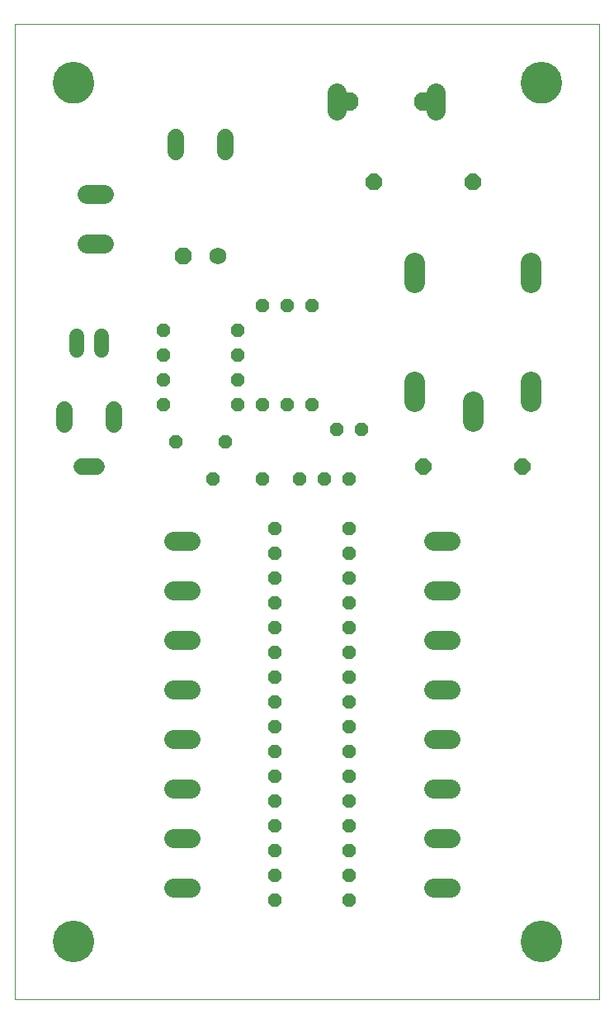
<source format=gts>
G75*
%MOIN*%
%OFA0B0*%
%FSLAX25Y25*%
%IPPOS*%
%LPD*%
%AMOC8*
5,1,8,0,0,1.08239X$1,22.5*
%
%ADD10C,0.00000*%
%ADD11OC8,0.06900*%
%ADD12C,0.06900*%
%ADD13OC8,0.05400*%
%ADD14C,0.07650*%
%ADD15OC8,0.06506*%
%ADD16OC8,0.05600*%
%ADD17C,0.08400*%
%ADD18OC8,0.05324*%
%ADD19C,0.06600*%
%ADD20C,0.16742*%
%ADD21OC8,0.06600*%
%ADD22C,0.06000*%
%ADD23C,0.07687*%
D10*
X0001256Y0001256D02*
X0001256Y0394957D01*
X0237476Y0394957D01*
X0237476Y0001256D01*
X0001256Y0001256D01*
X0016807Y0024878D02*
X0016809Y0025076D01*
X0016817Y0025274D01*
X0016829Y0025472D01*
X0016846Y0025669D01*
X0016868Y0025866D01*
X0016894Y0026062D01*
X0016926Y0026258D01*
X0016962Y0026453D01*
X0017003Y0026646D01*
X0017049Y0026839D01*
X0017099Y0027031D01*
X0017155Y0027221D01*
X0017214Y0027410D01*
X0017279Y0027597D01*
X0017348Y0027783D01*
X0017421Y0027967D01*
X0017499Y0028149D01*
X0017582Y0028329D01*
X0017669Y0028507D01*
X0017760Y0028683D01*
X0017856Y0028856D01*
X0017955Y0029027D01*
X0018059Y0029196D01*
X0018167Y0029362D01*
X0018279Y0029525D01*
X0018395Y0029686D01*
X0018515Y0029844D01*
X0018639Y0029998D01*
X0018767Y0030150D01*
X0018898Y0030298D01*
X0019033Y0030443D01*
X0019171Y0030585D01*
X0019313Y0030723D01*
X0019458Y0030858D01*
X0019606Y0030989D01*
X0019758Y0031117D01*
X0019912Y0031241D01*
X0020070Y0031361D01*
X0020231Y0031477D01*
X0020394Y0031589D01*
X0020560Y0031697D01*
X0020729Y0031801D01*
X0020900Y0031900D01*
X0021073Y0031996D01*
X0021249Y0032087D01*
X0021427Y0032174D01*
X0021607Y0032257D01*
X0021789Y0032335D01*
X0021973Y0032408D01*
X0022159Y0032477D01*
X0022346Y0032542D01*
X0022535Y0032601D01*
X0022725Y0032657D01*
X0022917Y0032707D01*
X0023110Y0032753D01*
X0023303Y0032794D01*
X0023498Y0032830D01*
X0023694Y0032862D01*
X0023890Y0032888D01*
X0024087Y0032910D01*
X0024284Y0032927D01*
X0024482Y0032939D01*
X0024680Y0032947D01*
X0024878Y0032949D01*
X0025076Y0032947D01*
X0025274Y0032939D01*
X0025472Y0032927D01*
X0025669Y0032910D01*
X0025866Y0032888D01*
X0026062Y0032862D01*
X0026258Y0032830D01*
X0026453Y0032794D01*
X0026646Y0032753D01*
X0026839Y0032707D01*
X0027031Y0032657D01*
X0027221Y0032601D01*
X0027410Y0032542D01*
X0027597Y0032477D01*
X0027783Y0032408D01*
X0027967Y0032335D01*
X0028149Y0032257D01*
X0028329Y0032174D01*
X0028507Y0032087D01*
X0028683Y0031996D01*
X0028856Y0031900D01*
X0029027Y0031801D01*
X0029196Y0031697D01*
X0029362Y0031589D01*
X0029525Y0031477D01*
X0029686Y0031361D01*
X0029844Y0031241D01*
X0029998Y0031117D01*
X0030150Y0030989D01*
X0030298Y0030858D01*
X0030443Y0030723D01*
X0030585Y0030585D01*
X0030723Y0030443D01*
X0030858Y0030298D01*
X0030989Y0030150D01*
X0031117Y0029998D01*
X0031241Y0029844D01*
X0031361Y0029686D01*
X0031477Y0029525D01*
X0031589Y0029362D01*
X0031697Y0029196D01*
X0031801Y0029027D01*
X0031900Y0028856D01*
X0031996Y0028683D01*
X0032087Y0028507D01*
X0032174Y0028329D01*
X0032257Y0028149D01*
X0032335Y0027967D01*
X0032408Y0027783D01*
X0032477Y0027597D01*
X0032542Y0027410D01*
X0032601Y0027221D01*
X0032657Y0027031D01*
X0032707Y0026839D01*
X0032753Y0026646D01*
X0032794Y0026453D01*
X0032830Y0026258D01*
X0032862Y0026062D01*
X0032888Y0025866D01*
X0032910Y0025669D01*
X0032927Y0025472D01*
X0032939Y0025274D01*
X0032947Y0025076D01*
X0032949Y0024878D01*
X0032947Y0024680D01*
X0032939Y0024482D01*
X0032927Y0024284D01*
X0032910Y0024087D01*
X0032888Y0023890D01*
X0032862Y0023694D01*
X0032830Y0023498D01*
X0032794Y0023303D01*
X0032753Y0023110D01*
X0032707Y0022917D01*
X0032657Y0022725D01*
X0032601Y0022535D01*
X0032542Y0022346D01*
X0032477Y0022159D01*
X0032408Y0021973D01*
X0032335Y0021789D01*
X0032257Y0021607D01*
X0032174Y0021427D01*
X0032087Y0021249D01*
X0031996Y0021073D01*
X0031900Y0020900D01*
X0031801Y0020729D01*
X0031697Y0020560D01*
X0031589Y0020394D01*
X0031477Y0020231D01*
X0031361Y0020070D01*
X0031241Y0019912D01*
X0031117Y0019758D01*
X0030989Y0019606D01*
X0030858Y0019458D01*
X0030723Y0019313D01*
X0030585Y0019171D01*
X0030443Y0019033D01*
X0030298Y0018898D01*
X0030150Y0018767D01*
X0029998Y0018639D01*
X0029844Y0018515D01*
X0029686Y0018395D01*
X0029525Y0018279D01*
X0029362Y0018167D01*
X0029196Y0018059D01*
X0029027Y0017955D01*
X0028856Y0017856D01*
X0028683Y0017760D01*
X0028507Y0017669D01*
X0028329Y0017582D01*
X0028149Y0017499D01*
X0027967Y0017421D01*
X0027783Y0017348D01*
X0027597Y0017279D01*
X0027410Y0017214D01*
X0027221Y0017155D01*
X0027031Y0017099D01*
X0026839Y0017049D01*
X0026646Y0017003D01*
X0026453Y0016962D01*
X0026258Y0016926D01*
X0026062Y0016894D01*
X0025866Y0016868D01*
X0025669Y0016846D01*
X0025472Y0016829D01*
X0025274Y0016817D01*
X0025076Y0016809D01*
X0024878Y0016807D01*
X0024680Y0016809D01*
X0024482Y0016817D01*
X0024284Y0016829D01*
X0024087Y0016846D01*
X0023890Y0016868D01*
X0023694Y0016894D01*
X0023498Y0016926D01*
X0023303Y0016962D01*
X0023110Y0017003D01*
X0022917Y0017049D01*
X0022725Y0017099D01*
X0022535Y0017155D01*
X0022346Y0017214D01*
X0022159Y0017279D01*
X0021973Y0017348D01*
X0021789Y0017421D01*
X0021607Y0017499D01*
X0021427Y0017582D01*
X0021249Y0017669D01*
X0021073Y0017760D01*
X0020900Y0017856D01*
X0020729Y0017955D01*
X0020560Y0018059D01*
X0020394Y0018167D01*
X0020231Y0018279D01*
X0020070Y0018395D01*
X0019912Y0018515D01*
X0019758Y0018639D01*
X0019606Y0018767D01*
X0019458Y0018898D01*
X0019313Y0019033D01*
X0019171Y0019171D01*
X0019033Y0019313D01*
X0018898Y0019458D01*
X0018767Y0019606D01*
X0018639Y0019758D01*
X0018515Y0019912D01*
X0018395Y0020070D01*
X0018279Y0020231D01*
X0018167Y0020394D01*
X0018059Y0020560D01*
X0017955Y0020729D01*
X0017856Y0020900D01*
X0017760Y0021073D01*
X0017669Y0021249D01*
X0017582Y0021427D01*
X0017499Y0021607D01*
X0017421Y0021789D01*
X0017348Y0021973D01*
X0017279Y0022159D01*
X0017214Y0022346D01*
X0017155Y0022535D01*
X0017099Y0022725D01*
X0017049Y0022917D01*
X0017003Y0023110D01*
X0016962Y0023303D01*
X0016926Y0023498D01*
X0016894Y0023694D01*
X0016868Y0023890D01*
X0016846Y0024087D01*
X0016829Y0024284D01*
X0016817Y0024482D01*
X0016809Y0024680D01*
X0016807Y0024878D01*
X0205783Y0024878D02*
X0205785Y0025076D01*
X0205793Y0025274D01*
X0205805Y0025472D01*
X0205822Y0025669D01*
X0205844Y0025866D01*
X0205870Y0026062D01*
X0205902Y0026258D01*
X0205938Y0026453D01*
X0205979Y0026646D01*
X0206025Y0026839D01*
X0206075Y0027031D01*
X0206131Y0027221D01*
X0206190Y0027410D01*
X0206255Y0027597D01*
X0206324Y0027783D01*
X0206397Y0027967D01*
X0206475Y0028149D01*
X0206558Y0028329D01*
X0206645Y0028507D01*
X0206736Y0028683D01*
X0206832Y0028856D01*
X0206931Y0029027D01*
X0207035Y0029196D01*
X0207143Y0029362D01*
X0207255Y0029525D01*
X0207371Y0029686D01*
X0207491Y0029844D01*
X0207615Y0029998D01*
X0207743Y0030150D01*
X0207874Y0030298D01*
X0208009Y0030443D01*
X0208147Y0030585D01*
X0208289Y0030723D01*
X0208434Y0030858D01*
X0208582Y0030989D01*
X0208734Y0031117D01*
X0208888Y0031241D01*
X0209046Y0031361D01*
X0209207Y0031477D01*
X0209370Y0031589D01*
X0209536Y0031697D01*
X0209705Y0031801D01*
X0209876Y0031900D01*
X0210049Y0031996D01*
X0210225Y0032087D01*
X0210403Y0032174D01*
X0210583Y0032257D01*
X0210765Y0032335D01*
X0210949Y0032408D01*
X0211135Y0032477D01*
X0211322Y0032542D01*
X0211511Y0032601D01*
X0211701Y0032657D01*
X0211893Y0032707D01*
X0212086Y0032753D01*
X0212279Y0032794D01*
X0212474Y0032830D01*
X0212670Y0032862D01*
X0212866Y0032888D01*
X0213063Y0032910D01*
X0213260Y0032927D01*
X0213458Y0032939D01*
X0213656Y0032947D01*
X0213854Y0032949D01*
X0214052Y0032947D01*
X0214250Y0032939D01*
X0214448Y0032927D01*
X0214645Y0032910D01*
X0214842Y0032888D01*
X0215038Y0032862D01*
X0215234Y0032830D01*
X0215429Y0032794D01*
X0215622Y0032753D01*
X0215815Y0032707D01*
X0216007Y0032657D01*
X0216197Y0032601D01*
X0216386Y0032542D01*
X0216573Y0032477D01*
X0216759Y0032408D01*
X0216943Y0032335D01*
X0217125Y0032257D01*
X0217305Y0032174D01*
X0217483Y0032087D01*
X0217659Y0031996D01*
X0217832Y0031900D01*
X0218003Y0031801D01*
X0218172Y0031697D01*
X0218338Y0031589D01*
X0218501Y0031477D01*
X0218662Y0031361D01*
X0218820Y0031241D01*
X0218974Y0031117D01*
X0219126Y0030989D01*
X0219274Y0030858D01*
X0219419Y0030723D01*
X0219561Y0030585D01*
X0219699Y0030443D01*
X0219834Y0030298D01*
X0219965Y0030150D01*
X0220093Y0029998D01*
X0220217Y0029844D01*
X0220337Y0029686D01*
X0220453Y0029525D01*
X0220565Y0029362D01*
X0220673Y0029196D01*
X0220777Y0029027D01*
X0220876Y0028856D01*
X0220972Y0028683D01*
X0221063Y0028507D01*
X0221150Y0028329D01*
X0221233Y0028149D01*
X0221311Y0027967D01*
X0221384Y0027783D01*
X0221453Y0027597D01*
X0221518Y0027410D01*
X0221577Y0027221D01*
X0221633Y0027031D01*
X0221683Y0026839D01*
X0221729Y0026646D01*
X0221770Y0026453D01*
X0221806Y0026258D01*
X0221838Y0026062D01*
X0221864Y0025866D01*
X0221886Y0025669D01*
X0221903Y0025472D01*
X0221915Y0025274D01*
X0221923Y0025076D01*
X0221925Y0024878D01*
X0221923Y0024680D01*
X0221915Y0024482D01*
X0221903Y0024284D01*
X0221886Y0024087D01*
X0221864Y0023890D01*
X0221838Y0023694D01*
X0221806Y0023498D01*
X0221770Y0023303D01*
X0221729Y0023110D01*
X0221683Y0022917D01*
X0221633Y0022725D01*
X0221577Y0022535D01*
X0221518Y0022346D01*
X0221453Y0022159D01*
X0221384Y0021973D01*
X0221311Y0021789D01*
X0221233Y0021607D01*
X0221150Y0021427D01*
X0221063Y0021249D01*
X0220972Y0021073D01*
X0220876Y0020900D01*
X0220777Y0020729D01*
X0220673Y0020560D01*
X0220565Y0020394D01*
X0220453Y0020231D01*
X0220337Y0020070D01*
X0220217Y0019912D01*
X0220093Y0019758D01*
X0219965Y0019606D01*
X0219834Y0019458D01*
X0219699Y0019313D01*
X0219561Y0019171D01*
X0219419Y0019033D01*
X0219274Y0018898D01*
X0219126Y0018767D01*
X0218974Y0018639D01*
X0218820Y0018515D01*
X0218662Y0018395D01*
X0218501Y0018279D01*
X0218338Y0018167D01*
X0218172Y0018059D01*
X0218003Y0017955D01*
X0217832Y0017856D01*
X0217659Y0017760D01*
X0217483Y0017669D01*
X0217305Y0017582D01*
X0217125Y0017499D01*
X0216943Y0017421D01*
X0216759Y0017348D01*
X0216573Y0017279D01*
X0216386Y0017214D01*
X0216197Y0017155D01*
X0216007Y0017099D01*
X0215815Y0017049D01*
X0215622Y0017003D01*
X0215429Y0016962D01*
X0215234Y0016926D01*
X0215038Y0016894D01*
X0214842Y0016868D01*
X0214645Y0016846D01*
X0214448Y0016829D01*
X0214250Y0016817D01*
X0214052Y0016809D01*
X0213854Y0016807D01*
X0213656Y0016809D01*
X0213458Y0016817D01*
X0213260Y0016829D01*
X0213063Y0016846D01*
X0212866Y0016868D01*
X0212670Y0016894D01*
X0212474Y0016926D01*
X0212279Y0016962D01*
X0212086Y0017003D01*
X0211893Y0017049D01*
X0211701Y0017099D01*
X0211511Y0017155D01*
X0211322Y0017214D01*
X0211135Y0017279D01*
X0210949Y0017348D01*
X0210765Y0017421D01*
X0210583Y0017499D01*
X0210403Y0017582D01*
X0210225Y0017669D01*
X0210049Y0017760D01*
X0209876Y0017856D01*
X0209705Y0017955D01*
X0209536Y0018059D01*
X0209370Y0018167D01*
X0209207Y0018279D01*
X0209046Y0018395D01*
X0208888Y0018515D01*
X0208734Y0018639D01*
X0208582Y0018767D01*
X0208434Y0018898D01*
X0208289Y0019033D01*
X0208147Y0019171D01*
X0208009Y0019313D01*
X0207874Y0019458D01*
X0207743Y0019606D01*
X0207615Y0019758D01*
X0207491Y0019912D01*
X0207371Y0020070D01*
X0207255Y0020231D01*
X0207143Y0020394D01*
X0207035Y0020560D01*
X0206931Y0020729D01*
X0206832Y0020900D01*
X0206736Y0021073D01*
X0206645Y0021249D01*
X0206558Y0021427D01*
X0206475Y0021607D01*
X0206397Y0021789D01*
X0206324Y0021973D01*
X0206255Y0022159D01*
X0206190Y0022346D01*
X0206131Y0022535D01*
X0206075Y0022725D01*
X0206025Y0022917D01*
X0205979Y0023110D01*
X0205938Y0023303D01*
X0205902Y0023498D01*
X0205870Y0023694D01*
X0205844Y0023890D01*
X0205822Y0024087D01*
X0205805Y0024284D01*
X0205793Y0024482D01*
X0205785Y0024680D01*
X0205783Y0024878D01*
X0205783Y0371335D02*
X0205785Y0371533D01*
X0205793Y0371731D01*
X0205805Y0371929D01*
X0205822Y0372126D01*
X0205844Y0372323D01*
X0205870Y0372519D01*
X0205902Y0372715D01*
X0205938Y0372910D01*
X0205979Y0373103D01*
X0206025Y0373296D01*
X0206075Y0373488D01*
X0206131Y0373678D01*
X0206190Y0373867D01*
X0206255Y0374054D01*
X0206324Y0374240D01*
X0206397Y0374424D01*
X0206475Y0374606D01*
X0206558Y0374786D01*
X0206645Y0374964D01*
X0206736Y0375140D01*
X0206832Y0375313D01*
X0206931Y0375484D01*
X0207035Y0375653D01*
X0207143Y0375819D01*
X0207255Y0375982D01*
X0207371Y0376143D01*
X0207491Y0376301D01*
X0207615Y0376455D01*
X0207743Y0376607D01*
X0207874Y0376755D01*
X0208009Y0376900D01*
X0208147Y0377042D01*
X0208289Y0377180D01*
X0208434Y0377315D01*
X0208582Y0377446D01*
X0208734Y0377574D01*
X0208888Y0377698D01*
X0209046Y0377818D01*
X0209207Y0377934D01*
X0209370Y0378046D01*
X0209536Y0378154D01*
X0209705Y0378258D01*
X0209876Y0378357D01*
X0210049Y0378453D01*
X0210225Y0378544D01*
X0210403Y0378631D01*
X0210583Y0378714D01*
X0210765Y0378792D01*
X0210949Y0378865D01*
X0211135Y0378934D01*
X0211322Y0378999D01*
X0211511Y0379058D01*
X0211701Y0379114D01*
X0211893Y0379164D01*
X0212086Y0379210D01*
X0212279Y0379251D01*
X0212474Y0379287D01*
X0212670Y0379319D01*
X0212866Y0379345D01*
X0213063Y0379367D01*
X0213260Y0379384D01*
X0213458Y0379396D01*
X0213656Y0379404D01*
X0213854Y0379406D01*
X0214052Y0379404D01*
X0214250Y0379396D01*
X0214448Y0379384D01*
X0214645Y0379367D01*
X0214842Y0379345D01*
X0215038Y0379319D01*
X0215234Y0379287D01*
X0215429Y0379251D01*
X0215622Y0379210D01*
X0215815Y0379164D01*
X0216007Y0379114D01*
X0216197Y0379058D01*
X0216386Y0378999D01*
X0216573Y0378934D01*
X0216759Y0378865D01*
X0216943Y0378792D01*
X0217125Y0378714D01*
X0217305Y0378631D01*
X0217483Y0378544D01*
X0217659Y0378453D01*
X0217832Y0378357D01*
X0218003Y0378258D01*
X0218172Y0378154D01*
X0218338Y0378046D01*
X0218501Y0377934D01*
X0218662Y0377818D01*
X0218820Y0377698D01*
X0218974Y0377574D01*
X0219126Y0377446D01*
X0219274Y0377315D01*
X0219419Y0377180D01*
X0219561Y0377042D01*
X0219699Y0376900D01*
X0219834Y0376755D01*
X0219965Y0376607D01*
X0220093Y0376455D01*
X0220217Y0376301D01*
X0220337Y0376143D01*
X0220453Y0375982D01*
X0220565Y0375819D01*
X0220673Y0375653D01*
X0220777Y0375484D01*
X0220876Y0375313D01*
X0220972Y0375140D01*
X0221063Y0374964D01*
X0221150Y0374786D01*
X0221233Y0374606D01*
X0221311Y0374424D01*
X0221384Y0374240D01*
X0221453Y0374054D01*
X0221518Y0373867D01*
X0221577Y0373678D01*
X0221633Y0373488D01*
X0221683Y0373296D01*
X0221729Y0373103D01*
X0221770Y0372910D01*
X0221806Y0372715D01*
X0221838Y0372519D01*
X0221864Y0372323D01*
X0221886Y0372126D01*
X0221903Y0371929D01*
X0221915Y0371731D01*
X0221923Y0371533D01*
X0221925Y0371335D01*
X0221923Y0371137D01*
X0221915Y0370939D01*
X0221903Y0370741D01*
X0221886Y0370544D01*
X0221864Y0370347D01*
X0221838Y0370151D01*
X0221806Y0369955D01*
X0221770Y0369760D01*
X0221729Y0369567D01*
X0221683Y0369374D01*
X0221633Y0369182D01*
X0221577Y0368992D01*
X0221518Y0368803D01*
X0221453Y0368616D01*
X0221384Y0368430D01*
X0221311Y0368246D01*
X0221233Y0368064D01*
X0221150Y0367884D01*
X0221063Y0367706D01*
X0220972Y0367530D01*
X0220876Y0367357D01*
X0220777Y0367186D01*
X0220673Y0367017D01*
X0220565Y0366851D01*
X0220453Y0366688D01*
X0220337Y0366527D01*
X0220217Y0366369D01*
X0220093Y0366215D01*
X0219965Y0366063D01*
X0219834Y0365915D01*
X0219699Y0365770D01*
X0219561Y0365628D01*
X0219419Y0365490D01*
X0219274Y0365355D01*
X0219126Y0365224D01*
X0218974Y0365096D01*
X0218820Y0364972D01*
X0218662Y0364852D01*
X0218501Y0364736D01*
X0218338Y0364624D01*
X0218172Y0364516D01*
X0218003Y0364412D01*
X0217832Y0364313D01*
X0217659Y0364217D01*
X0217483Y0364126D01*
X0217305Y0364039D01*
X0217125Y0363956D01*
X0216943Y0363878D01*
X0216759Y0363805D01*
X0216573Y0363736D01*
X0216386Y0363671D01*
X0216197Y0363612D01*
X0216007Y0363556D01*
X0215815Y0363506D01*
X0215622Y0363460D01*
X0215429Y0363419D01*
X0215234Y0363383D01*
X0215038Y0363351D01*
X0214842Y0363325D01*
X0214645Y0363303D01*
X0214448Y0363286D01*
X0214250Y0363274D01*
X0214052Y0363266D01*
X0213854Y0363264D01*
X0213656Y0363266D01*
X0213458Y0363274D01*
X0213260Y0363286D01*
X0213063Y0363303D01*
X0212866Y0363325D01*
X0212670Y0363351D01*
X0212474Y0363383D01*
X0212279Y0363419D01*
X0212086Y0363460D01*
X0211893Y0363506D01*
X0211701Y0363556D01*
X0211511Y0363612D01*
X0211322Y0363671D01*
X0211135Y0363736D01*
X0210949Y0363805D01*
X0210765Y0363878D01*
X0210583Y0363956D01*
X0210403Y0364039D01*
X0210225Y0364126D01*
X0210049Y0364217D01*
X0209876Y0364313D01*
X0209705Y0364412D01*
X0209536Y0364516D01*
X0209370Y0364624D01*
X0209207Y0364736D01*
X0209046Y0364852D01*
X0208888Y0364972D01*
X0208734Y0365096D01*
X0208582Y0365224D01*
X0208434Y0365355D01*
X0208289Y0365490D01*
X0208147Y0365628D01*
X0208009Y0365770D01*
X0207874Y0365915D01*
X0207743Y0366063D01*
X0207615Y0366215D01*
X0207491Y0366369D01*
X0207371Y0366527D01*
X0207255Y0366688D01*
X0207143Y0366851D01*
X0207035Y0367017D01*
X0206931Y0367186D01*
X0206832Y0367357D01*
X0206736Y0367530D01*
X0206645Y0367706D01*
X0206558Y0367884D01*
X0206475Y0368064D01*
X0206397Y0368246D01*
X0206324Y0368430D01*
X0206255Y0368616D01*
X0206190Y0368803D01*
X0206131Y0368992D01*
X0206075Y0369182D01*
X0206025Y0369374D01*
X0205979Y0369567D01*
X0205938Y0369760D01*
X0205902Y0369955D01*
X0205870Y0370151D01*
X0205844Y0370347D01*
X0205822Y0370544D01*
X0205805Y0370741D01*
X0205793Y0370939D01*
X0205785Y0371137D01*
X0205783Y0371335D01*
X0016807Y0371335D02*
X0016809Y0371533D01*
X0016817Y0371731D01*
X0016829Y0371929D01*
X0016846Y0372126D01*
X0016868Y0372323D01*
X0016894Y0372519D01*
X0016926Y0372715D01*
X0016962Y0372910D01*
X0017003Y0373103D01*
X0017049Y0373296D01*
X0017099Y0373488D01*
X0017155Y0373678D01*
X0017214Y0373867D01*
X0017279Y0374054D01*
X0017348Y0374240D01*
X0017421Y0374424D01*
X0017499Y0374606D01*
X0017582Y0374786D01*
X0017669Y0374964D01*
X0017760Y0375140D01*
X0017856Y0375313D01*
X0017955Y0375484D01*
X0018059Y0375653D01*
X0018167Y0375819D01*
X0018279Y0375982D01*
X0018395Y0376143D01*
X0018515Y0376301D01*
X0018639Y0376455D01*
X0018767Y0376607D01*
X0018898Y0376755D01*
X0019033Y0376900D01*
X0019171Y0377042D01*
X0019313Y0377180D01*
X0019458Y0377315D01*
X0019606Y0377446D01*
X0019758Y0377574D01*
X0019912Y0377698D01*
X0020070Y0377818D01*
X0020231Y0377934D01*
X0020394Y0378046D01*
X0020560Y0378154D01*
X0020729Y0378258D01*
X0020900Y0378357D01*
X0021073Y0378453D01*
X0021249Y0378544D01*
X0021427Y0378631D01*
X0021607Y0378714D01*
X0021789Y0378792D01*
X0021973Y0378865D01*
X0022159Y0378934D01*
X0022346Y0378999D01*
X0022535Y0379058D01*
X0022725Y0379114D01*
X0022917Y0379164D01*
X0023110Y0379210D01*
X0023303Y0379251D01*
X0023498Y0379287D01*
X0023694Y0379319D01*
X0023890Y0379345D01*
X0024087Y0379367D01*
X0024284Y0379384D01*
X0024482Y0379396D01*
X0024680Y0379404D01*
X0024878Y0379406D01*
X0025076Y0379404D01*
X0025274Y0379396D01*
X0025472Y0379384D01*
X0025669Y0379367D01*
X0025866Y0379345D01*
X0026062Y0379319D01*
X0026258Y0379287D01*
X0026453Y0379251D01*
X0026646Y0379210D01*
X0026839Y0379164D01*
X0027031Y0379114D01*
X0027221Y0379058D01*
X0027410Y0378999D01*
X0027597Y0378934D01*
X0027783Y0378865D01*
X0027967Y0378792D01*
X0028149Y0378714D01*
X0028329Y0378631D01*
X0028507Y0378544D01*
X0028683Y0378453D01*
X0028856Y0378357D01*
X0029027Y0378258D01*
X0029196Y0378154D01*
X0029362Y0378046D01*
X0029525Y0377934D01*
X0029686Y0377818D01*
X0029844Y0377698D01*
X0029998Y0377574D01*
X0030150Y0377446D01*
X0030298Y0377315D01*
X0030443Y0377180D01*
X0030585Y0377042D01*
X0030723Y0376900D01*
X0030858Y0376755D01*
X0030989Y0376607D01*
X0031117Y0376455D01*
X0031241Y0376301D01*
X0031361Y0376143D01*
X0031477Y0375982D01*
X0031589Y0375819D01*
X0031697Y0375653D01*
X0031801Y0375484D01*
X0031900Y0375313D01*
X0031996Y0375140D01*
X0032087Y0374964D01*
X0032174Y0374786D01*
X0032257Y0374606D01*
X0032335Y0374424D01*
X0032408Y0374240D01*
X0032477Y0374054D01*
X0032542Y0373867D01*
X0032601Y0373678D01*
X0032657Y0373488D01*
X0032707Y0373296D01*
X0032753Y0373103D01*
X0032794Y0372910D01*
X0032830Y0372715D01*
X0032862Y0372519D01*
X0032888Y0372323D01*
X0032910Y0372126D01*
X0032927Y0371929D01*
X0032939Y0371731D01*
X0032947Y0371533D01*
X0032949Y0371335D01*
X0032947Y0371137D01*
X0032939Y0370939D01*
X0032927Y0370741D01*
X0032910Y0370544D01*
X0032888Y0370347D01*
X0032862Y0370151D01*
X0032830Y0369955D01*
X0032794Y0369760D01*
X0032753Y0369567D01*
X0032707Y0369374D01*
X0032657Y0369182D01*
X0032601Y0368992D01*
X0032542Y0368803D01*
X0032477Y0368616D01*
X0032408Y0368430D01*
X0032335Y0368246D01*
X0032257Y0368064D01*
X0032174Y0367884D01*
X0032087Y0367706D01*
X0031996Y0367530D01*
X0031900Y0367357D01*
X0031801Y0367186D01*
X0031697Y0367017D01*
X0031589Y0366851D01*
X0031477Y0366688D01*
X0031361Y0366527D01*
X0031241Y0366369D01*
X0031117Y0366215D01*
X0030989Y0366063D01*
X0030858Y0365915D01*
X0030723Y0365770D01*
X0030585Y0365628D01*
X0030443Y0365490D01*
X0030298Y0365355D01*
X0030150Y0365224D01*
X0029998Y0365096D01*
X0029844Y0364972D01*
X0029686Y0364852D01*
X0029525Y0364736D01*
X0029362Y0364624D01*
X0029196Y0364516D01*
X0029027Y0364412D01*
X0028856Y0364313D01*
X0028683Y0364217D01*
X0028507Y0364126D01*
X0028329Y0364039D01*
X0028149Y0363956D01*
X0027967Y0363878D01*
X0027783Y0363805D01*
X0027597Y0363736D01*
X0027410Y0363671D01*
X0027221Y0363612D01*
X0027031Y0363556D01*
X0026839Y0363506D01*
X0026646Y0363460D01*
X0026453Y0363419D01*
X0026258Y0363383D01*
X0026062Y0363351D01*
X0025866Y0363325D01*
X0025669Y0363303D01*
X0025472Y0363286D01*
X0025274Y0363274D01*
X0025076Y0363266D01*
X0024878Y0363264D01*
X0024680Y0363266D01*
X0024482Y0363274D01*
X0024284Y0363286D01*
X0024087Y0363303D01*
X0023890Y0363325D01*
X0023694Y0363351D01*
X0023498Y0363383D01*
X0023303Y0363419D01*
X0023110Y0363460D01*
X0022917Y0363506D01*
X0022725Y0363556D01*
X0022535Y0363612D01*
X0022346Y0363671D01*
X0022159Y0363736D01*
X0021973Y0363805D01*
X0021789Y0363878D01*
X0021607Y0363956D01*
X0021427Y0364039D01*
X0021249Y0364126D01*
X0021073Y0364217D01*
X0020900Y0364313D01*
X0020729Y0364412D01*
X0020560Y0364516D01*
X0020394Y0364624D01*
X0020231Y0364736D01*
X0020070Y0364852D01*
X0019912Y0364972D01*
X0019758Y0365096D01*
X0019606Y0365224D01*
X0019458Y0365355D01*
X0019313Y0365490D01*
X0019171Y0365628D01*
X0019033Y0365770D01*
X0018898Y0365915D01*
X0018767Y0366063D01*
X0018639Y0366215D01*
X0018515Y0366369D01*
X0018395Y0366527D01*
X0018279Y0366688D01*
X0018167Y0366851D01*
X0018059Y0367017D01*
X0017955Y0367186D01*
X0017856Y0367357D01*
X0017760Y0367530D01*
X0017669Y0367706D01*
X0017582Y0367884D01*
X0017499Y0368064D01*
X0017421Y0368246D01*
X0017348Y0368430D01*
X0017279Y0368616D01*
X0017214Y0368803D01*
X0017155Y0368992D01*
X0017099Y0369182D01*
X0017049Y0369374D01*
X0017003Y0369567D01*
X0016962Y0369760D01*
X0016926Y0369955D01*
X0016894Y0370151D01*
X0016868Y0370347D01*
X0016846Y0370544D01*
X0016829Y0370741D01*
X0016817Y0370939D01*
X0016809Y0371137D01*
X0016807Y0371335D01*
D11*
X0069256Y0301256D03*
D12*
X0083256Y0301256D03*
D13*
X0101256Y0281256D03*
X0111256Y0281256D03*
X0121256Y0281256D03*
X0121256Y0241256D03*
X0111256Y0241256D03*
X0101256Y0241256D03*
X0086256Y0226256D03*
X0081256Y0211256D03*
X0066256Y0226256D03*
X0101256Y0211256D03*
X0131256Y0231256D03*
X0141256Y0231256D03*
D14*
X0170231Y0186256D02*
X0177281Y0186256D01*
X0177281Y0166256D02*
X0170231Y0166256D01*
X0170231Y0146256D02*
X0177281Y0146256D01*
X0177281Y0126256D02*
X0170231Y0126256D01*
X0170231Y0106256D02*
X0177281Y0106256D01*
X0177281Y0086256D02*
X0170231Y0086256D01*
X0170231Y0066256D02*
X0177281Y0066256D01*
X0177281Y0046256D02*
X0170231Y0046256D01*
X0072281Y0046256D02*
X0065231Y0046256D01*
X0065231Y0066256D02*
X0072281Y0066256D01*
X0072281Y0086256D02*
X0065231Y0086256D01*
X0065231Y0106256D02*
X0072281Y0106256D01*
X0072281Y0126256D02*
X0065231Y0126256D01*
X0065231Y0146256D02*
X0072281Y0146256D01*
X0072281Y0166256D02*
X0065231Y0166256D01*
X0065231Y0186256D02*
X0072281Y0186256D01*
X0037281Y0306256D02*
X0030231Y0306256D01*
X0030231Y0326256D02*
X0037281Y0326256D01*
X0131256Y0360231D02*
X0131256Y0367281D01*
X0171256Y0367281D02*
X0171256Y0360231D01*
D15*
X0166256Y0216256D03*
X0206256Y0216256D03*
D16*
X0136256Y0191256D03*
X0136256Y0181256D03*
X0136256Y0171256D03*
X0136256Y0161256D03*
X0136256Y0151256D03*
X0136256Y0141256D03*
X0136256Y0131256D03*
X0136256Y0121256D03*
X0136256Y0111256D03*
X0136256Y0101256D03*
X0136256Y0091256D03*
X0136256Y0081256D03*
X0136256Y0071256D03*
X0136256Y0061256D03*
X0136256Y0051256D03*
X0136256Y0041256D03*
X0106256Y0041256D03*
X0106256Y0051256D03*
X0106256Y0061256D03*
X0106256Y0071256D03*
X0106256Y0081256D03*
X0106256Y0091256D03*
X0106256Y0101256D03*
X0106256Y0111256D03*
X0106256Y0121256D03*
X0106256Y0131256D03*
X0106256Y0141256D03*
X0106256Y0151256D03*
X0106256Y0161256D03*
X0106256Y0171256D03*
X0106256Y0181256D03*
X0106256Y0191256D03*
D17*
X0162756Y0242856D02*
X0162756Y0250656D01*
X0186256Y0242656D02*
X0186256Y0234856D01*
X0209756Y0242856D02*
X0209756Y0250656D01*
X0209756Y0290856D02*
X0209756Y0298656D01*
X0162756Y0298656D02*
X0162756Y0290856D01*
D18*
X0136256Y0211256D03*
X0126256Y0211256D03*
X0116256Y0211256D03*
X0091256Y0241256D03*
X0091256Y0251256D03*
X0091256Y0261256D03*
X0091256Y0271256D03*
X0061256Y0271256D03*
X0061256Y0261256D03*
X0061256Y0251256D03*
X0061256Y0241256D03*
D19*
X0041256Y0239256D02*
X0041256Y0233256D01*
X0034256Y0216256D02*
X0028256Y0216256D01*
X0021256Y0233256D02*
X0021256Y0239256D01*
X0066256Y0343256D02*
X0066256Y0349256D01*
X0086256Y0349256D02*
X0086256Y0343256D01*
D20*
X0024878Y0371335D03*
X0213854Y0371335D03*
X0213854Y0024878D03*
X0024878Y0024878D03*
D21*
X0146256Y0331256D03*
X0186256Y0331256D03*
D22*
X0036256Y0268956D02*
X0036256Y0263556D01*
X0026256Y0263556D02*
X0026256Y0268956D01*
D23*
X0136256Y0363756D03*
X0166256Y0363756D03*
M02*

</source>
